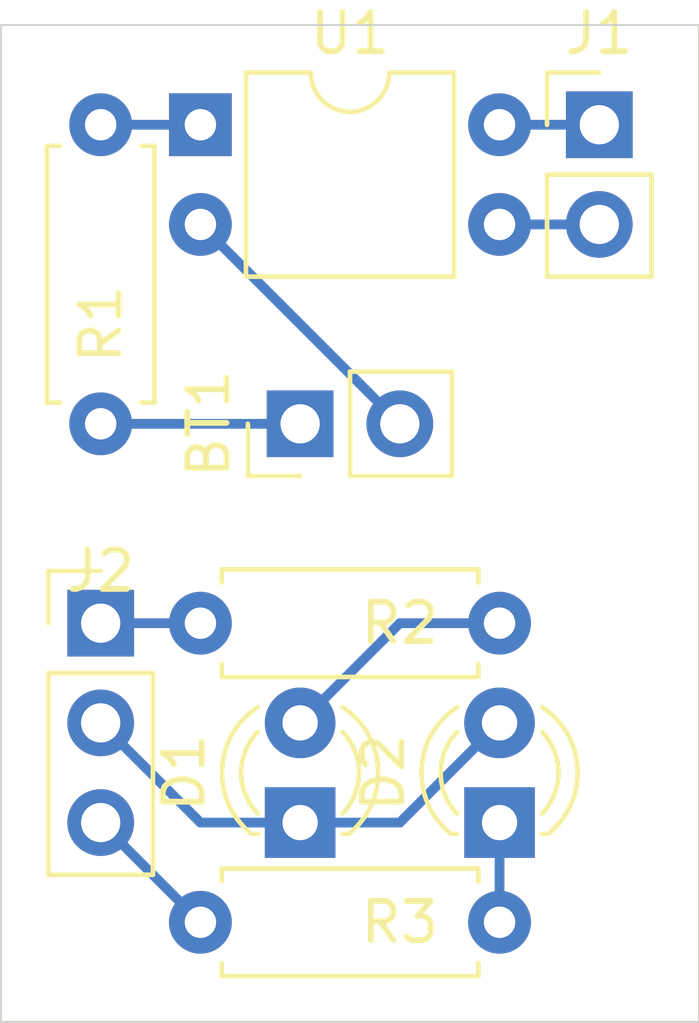
<source format=kicad_pcb>
(kicad_pcb (version 20171130) (host pcbnew "(5.1.4)-1")

  (general
    (thickness 1.6)
    (drawings 4)
    (tracks 14)
    (zones 0)
    (modules 9)
    (nets 11)
  )

  (page A4)
  (layers
    (0 F.Cu signal)
    (31 B.Cu signal)
    (32 B.Adhes user)
    (33 F.Adhes user)
    (34 B.Paste user)
    (35 F.Paste user)
    (36 B.SilkS user)
    (37 F.SilkS user)
    (38 B.Mask user)
    (39 F.Mask user)
    (40 Dwgs.User user)
    (41 Cmts.User user)
    (42 Eco1.User user)
    (43 Eco2.User user)
    (44 Edge.Cuts user)
    (45 Margin user)
    (46 B.CrtYd user)
    (47 F.CrtYd user)
    (48 B.Fab user)
    (49 F.Fab user)
  )

  (setup
    (last_trace_width 0.25)
    (trace_clearance 0.2)
    (zone_clearance 0.508)
    (zone_45_only no)
    (trace_min 0.2)
    (via_size 0.8)
    (via_drill 0.4)
    (via_min_size 0.4)
    (via_min_drill 0.3)
    (uvia_size 0.3)
    (uvia_drill 0.1)
    (uvias_allowed no)
    (uvia_min_size 0.2)
    (uvia_min_drill 0.1)
    (edge_width 0.05)
    (segment_width 0.2)
    (pcb_text_width 0.3)
    (pcb_text_size 1.5 1.5)
    (mod_edge_width 0.12)
    (mod_text_size 1 1)
    (mod_text_width 0.15)
    (pad_size 1.524 1.524)
    (pad_drill 0.762)
    (pad_to_mask_clearance 0.051)
    (solder_mask_min_width 0.25)
    (aux_axis_origin 0 0)
    (visible_elements 7FFFFFFF)
    (pcbplotparams
      (layerselection 0x010fc_ffffffff)
      (usegerberextensions false)
      (usegerberattributes false)
      (usegerberadvancedattributes false)
      (creategerberjobfile false)
      (excludeedgelayer true)
      (linewidth 0.100000)
      (plotframeref false)
      (viasonmask false)
      (mode 1)
      (useauxorigin false)
      (hpglpennumber 1)
      (hpglpenspeed 20)
      (hpglpendiameter 15.000000)
      (psnegative false)
      (psa4output false)
      (plotreference true)
      (plotvalue true)
      (plotinvisibletext false)
      (padsonsilk false)
      (subtractmaskfromsilk false)
      (outputformat 1)
      (mirror false)
      (drillshape 1)
      (scaleselection 1)
      (outputdirectory ""))
  )

  (net 0 "")
  (net 1 "Net-(D1-Pad2)")
  (net 2 "Net-(J2-Pad3)")
  (net 3 "Net-(J2-Pad1)")
  (net 4 "Net-(R1-Pad2)")
  (net 5 "Net-(D1-Pad1)")
  (net 6 "Net-(D2-Pad1)")
  (net 7 "Net-(BT1-Pad2)")
  (net 8 "Net-(BT1-Pad1)")
  (net 9 "Net-(J1-Pad2)")
  (net 10 "Net-(J1-Pad1)")

  (net_class Default "This is the default net class."
    (clearance 0.2)
    (trace_width 0.25)
    (via_dia 0.8)
    (via_drill 0.4)
    (uvia_dia 0.3)
    (uvia_drill 0.1)
    (add_net "Net-(BT1-Pad1)")
    (add_net "Net-(BT1-Pad2)")
    (add_net "Net-(D1-Pad1)")
    (add_net "Net-(D1-Pad2)")
    (add_net "Net-(D2-Pad1)")
    (add_net "Net-(J1-Pad1)")
    (add_net "Net-(J1-Pad2)")
    (add_net "Net-(J2-Pad1)")
    (add_net "Net-(J2-Pad3)")
    (add_net "Net-(R1-Pad2)")
  )

  (module Package_DIP:DIP-4_W7.62mm (layer F.Cu) (tedit 5A02E8C5) (tstamp 5F4F32D6)
    (at 83.82 55.88)
    (descr "4-lead though-hole mounted DIP package, row spacing 7.62 mm (300 mils)")
    (tags "THT DIP DIL PDIP 2.54mm 7.62mm 300mil")
    (path /5F4F34D4)
    (fp_text reference U1 (at 3.81 -2.33) (layer F.SilkS)
      (effects (font (size 1 1) (thickness 0.15)))
    )
    (fp_text value PC817 (at 3.81 4.87) (layer F.Fab)
      (effects (font (size 1 1) (thickness 0.15)))
    )
    (fp_text user %R (at 3.81 1.27) (layer F.Fab)
      (effects (font (size 1 1) (thickness 0.15)))
    )
    (fp_line (start 8.7 -1.55) (end -1.1 -1.55) (layer F.CrtYd) (width 0.05))
    (fp_line (start 8.7 4.1) (end 8.7 -1.55) (layer F.CrtYd) (width 0.05))
    (fp_line (start -1.1 4.1) (end 8.7 4.1) (layer F.CrtYd) (width 0.05))
    (fp_line (start -1.1 -1.55) (end -1.1 4.1) (layer F.CrtYd) (width 0.05))
    (fp_line (start 6.46 -1.33) (end 4.81 -1.33) (layer F.SilkS) (width 0.12))
    (fp_line (start 6.46 3.87) (end 6.46 -1.33) (layer F.SilkS) (width 0.12))
    (fp_line (start 1.16 3.87) (end 6.46 3.87) (layer F.SilkS) (width 0.12))
    (fp_line (start 1.16 -1.33) (end 1.16 3.87) (layer F.SilkS) (width 0.12))
    (fp_line (start 2.81 -1.33) (end 1.16 -1.33) (layer F.SilkS) (width 0.12))
    (fp_line (start 0.635 -0.27) (end 1.635 -1.27) (layer F.Fab) (width 0.1))
    (fp_line (start 0.635 3.81) (end 0.635 -0.27) (layer F.Fab) (width 0.1))
    (fp_line (start 6.985 3.81) (end 0.635 3.81) (layer F.Fab) (width 0.1))
    (fp_line (start 6.985 -1.27) (end 6.985 3.81) (layer F.Fab) (width 0.1))
    (fp_line (start 1.635 -1.27) (end 6.985 -1.27) (layer F.Fab) (width 0.1))
    (fp_arc (start 3.81 -1.33) (end 2.81 -1.33) (angle -180) (layer F.SilkS) (width 0.12))
    (pad 4 thru_hole oval (at 7.62 0) (size 1.6 1.6) (drill 0.8) (layers *.Cu *.Mask)
      (net 10 "Net-(J1-Pad1)"))
    (pad 2 thru_hole oval (at 0 2.54) (size 1.6 1.6) (drill 0.8) (layers *.Cu *.Mask)
      (net 7 "Net-(BT1-Pad2)"))
    (pad 3 thru_hole oval (at 7.62 2.54) (size 1.6 1.6) (drill 0.8) (layers *.Cu *.Mask)
      (net 9 "Net-(J1-Pad2)"))
    (pad 1 thru_hole rect (at 0 0) (size 1.6 1.6) (drill 0.8) (layers *.Cu *.Mask)
      (net 4 "Net-(R1-Pad2)"))
    (model ${KISYS3DMOD}/Package_DIP.3dshapes/DIP-4_W7.62mm.wrl
      (at (xyz 0 0 0))
      (scale (xyz 1 1 1))
      (rotate (xyz 0 0 0))
    )
  )

  (module Connector_PinHeader_2.54mm:PinHeader_1x02_P2.54mm_Vertical (layer F.Cu) (tedit 59FED5CC) (tstamp 5DE5F812)
    (at 93.98 55.88)
    (descr "Through hole straight pin header, 1x02, 2.54mm pitch, single row")
    (tags "Through hole pin header THT 1x02 2.54mm single row")
    (path /5DE6ADBE)
    (fp_text reference J1 (at 0 -2.33) (layer F.SilkS)
      (effects (font (size 1 1) (thickness 0.15)))
    )
    (fp_text value Signal (at 0 4.87) (layer F.Fab)
      (effects (font (size 1 1) (thickness 0.15)))
    )
    (fp_text user %R (at 0 1.27 90) (layer F.Fab)
      (effects (font (size 1 1) (thickness 0.15)))
    )
    (fp_line (start 1.8 -1.8) (end -1.8 -1.8) (layer F.CrtYd) (width 0.05))
    (fp_line (start 1.8 4.35) (end 1.8 -1.8) (layer F.CrtYd) (width 0.05))
    (fp_line (start -1.8 4.35) (end 1.8 4.35) (layer F.CrtYd) (width 0.05))
    (fp_line (start -1.8 -1.8) (end -1.8 4.35) (layer F.CrtYd) (width 0.05))
    (fp_line (start -1.33 -1.33) (end 0 -1.33) (layer F.SilkS) (width 0.12))
    (fp_line (start -1.33 0) (end -1.33 -1.33) (layer F.SilkS) (width 0.12))
    (fp_line (start -1.33 1.27) (end 1.33 1.27) (layer F.SilkS) (width 0.12))
    (fp_line (start 1.33 1.27) (end 1.33 3.87) (layer F.SilkS) (width 0.12))
    (fp_line (start -1.33 1.27) (end -1.33 3.87) (layer F.SilkS) (width 0.12))
    (fp_line (start -1.33 3.87) (end 1.33 3.87) (layer F.SilkS) (width 0.12))
    (fp_line (start -1.27 -0.635) (end -0.635 -1.27) (layer F.Fab) (width 0.1))
    (fp_line (start -1.27 3.81) (end -1.27 -0.635) (layer F.Fab) (width 0.1))
    (fp_line (start 1.27 3.81) (end -1.27 3.81) (layer F.Fab) (width 0.1))
    (fp_line (start 1.27 -1.27) (end 1.27 3.81) (layer F.Fab) (width 0.1))
    (fp_line (start -0.635 -1.27) (end 1.27 -1.27) (layer F.Fab) (width 0.1))
    (pad 2 thru_hole oval (at 0 2.54) (size 1.7 1.7) (drill 1) (layers *.Cu *.Mask)
      (net 9 "Net-(J1-Pad2)"))
    (pad 1 thru_hole rect (at 0 0) (size 1.7 1.7) (drill 1) (layers *.Cu *.Mask)
      (net 10 "Net-(J1-Pad1)"))
    (model ${KISYS3DMOD}/Connector_PinHeader_2.54mm.3dshapes/PinHeader_1x02_P2.54mm_Vertical.wrl
      (at (xyz 0 0 0))
      (scale (xyz 1 1 1))
      (rotate (xyz 0 0 0))
    )
  )

  (module Connector_PinHeader_2.54mm:PinHeader_1x02_P2.54mm_Vertical (layer F.Cu) (tedit 59FED5CC) (tstamp 5F4F3209)
    (at 86.36 63.5 90)
    (descr "Through hole straight pin header, 1x02, 2.54mm pitch, single row")
    (tags "Through hole pin header THT 1x02 2.54mm single row")
    (path /5F4F78F5)
    (fp_text reference BT1 (at 0 -2.33 90) (layer F.SilkS)
      (effects (font (size 1 1) (thickness 0.15)))
    )
    (fp_text value "12V Battery" (at 0 4.87 90) (layer F.Fab)
      (effects (font (size 1 1) (thickness 0.15)))
    )
    (fp_text user %R (at 0 1.27) (layer F.Fab)
      (effects (font (size 1 1) (thickness 0.15)))
    )
    (fp_line (start 1.8 -1.8) (end -1.8 -1.8) (layer F.CrtYd) (width 0.05))
    (fp_line (start 1.8 4.35) (end 1.8 -1.8) (layer F.CrtYd) (width 0.05))
    (fp_line (start -1.8 4.35) (end 1.8 4.35) (layer F.CrtYd) (width 0.05))
    (fp_line (start -1.8 -1.8) (end -1.8 4.35) (layer F.CrtYd) (width 0.05))
    (fp_line (start -1.33 -1.33) (end 0 -1.33) (layer F.SilkS) (width 0.12))
    (fp_line (start -1.33 0) (end -1.33 -1.33) (layer F.SilkS) (width 0.12))
    (fp_line (start -1.33 1.27) (end 1.33 1.27) (layer F.SilkS) (width 0.12))
    (fp_line (start 1.33 1.27) (end 1.33 3.87) (layer F.SilkS) (width 0.12))
    (fp_line (start -1.33 1.27) (end -1.33 3.87) (layer F.SilkS) (width 0.12))
    (fp_line (start -1.33 3.87) (end 1.33 3.87) (layer F.SilkS) (width 0.12))
    (fp_line (start -1.27 -0.635) (end -0.635 -1.27) (layer F.Fab) (width 0.1))
    (fp_line (start -1.27 3.81) (end -1.27 -0.635) (layer F.Fab) (width 0.1))
    (fp_line (start 1.27 3.81) (end -1.27 3.81) (layer F.Fab) (width 0.1))
    (fp_line (start 1.27 -1.27) (end 1.27 3.81) (layer F.Fab) (width 0.1))
    (fp_line (start -0.635 -1.27) (end 1.27 -1.27) (layer F.Fab) (width 0.1))
    (pad 2 thru_hole oval (at 0 2.54 90) (size 1.7 1.7) (drill 1) (layers *.Cu *.Mask)
      (net 7 "Net-(BT1-Pad2)"))
    (pad 1 thru_hole rect (at 0 0 90) (size 1.7 1.7) (drill 1) (layers *.Cu *.Mask)
      (net 8 "Net-(BT1-Pad1)"))
    (model ${KISYS3DMOD}/Connector_PinHeader_2.54mm.3dshapes/PinHeader_1x02_P2.54mm_Vertical.wrl
      (at (xyz 0 0 0))
      (scale (xyz 1 1 1))
      (rotate (xyz 0 0 0))
    )
  )

  (module LED_THT:LED_D3.0mm_FlatTop (layer F.Cu) (tedit 5880A862) (tstamp 5DEC4EDF)
    (at 91.44 73.66 90)
    (descr "LED, Round, FlatTop, diameter 3.0mm, 2 pins, http://www.kingbright.com/attachments/file/psearch/000/00/00/L-47XEC(Ver.9A).pdf")
    (tags "LED Round FlatTop diameter 3.0mm 2 pins")
    (path /5DE6DFF0)
    (fp_text reference D2 (at 1.27 -2.96 90) (layer F.SilkS)
      (effects (font (size 1 1) (thickness 0.15)))
    )
    (fp_text value LED (at 1.27 2.96 90) (layer F.Fab)
      (effects (font (size 1 1) (thickness 0.15)))
    )
    (fp_line (start 3.7 -2.25) (end -1.15 -2.25) (layer F.CrtYd) (width 0.05))
    (fp_line (start 3.7 2.25) (end 3.7 -2.25) (layer F.CrtYd) (width 0.05))
    (fp_line (start -1.15 2.25) (end 3.7 2.25) (layer F.CrtYd) (width 0.05))
    (fp_line (start -1.15 -2.25) (end -1.15 2.25) (layer F.CrtYd) (width 0.05))
    (fp_line (start -0.29 1.08) (end -0.29 1.236) (layer F.SilkS) (width 0.12))
    (fp_line (start -0.29 -1.236) (end -0.29 -1.08) (layer F.SilkS) (width 0.12))
    (fp_line (start -0.23 -1.16619) (end -0.23 1.16619) (layer F.Fab) (width 0.1))
    (fp_circle (center 1.27 0) (end 2.77 0) (layer F.Fab) (width 0.1))
    (fp_arc (start 1.27 0) (end 0.229039 1.08) (angle -87.9) (layer F.SilkS) (width 0.12))
    (fp_arc (start 1.27 0) (end 0.229039 -1.08) (angle 87.9) (layer F.SilkS) (width 0.12))
    (fp_arc (start 1.27 0) (end -0.29 1.235516) (angle -108.8) (layer F.SilkS) (width 0.12))
    (fp_arc (start 1.27 0) (end -0.29 -1.235516) (angle 108.8) (layer F.SilkS) (width 0.12))
    (fp_arc (start 1.27 0) (end -0.23 -1.16619) (angle 284.3) (layer F.Fab) (width 0.1))
    (pad 2 thru_hole circle (at 2.54 0 90) (size 1.8 1.8) (drill 0.9) (layers *.Cu *.Mask)
      (net 5 "Net-(D1-Pad1)"))
    (pad 1 thru_hole rect (at 0 0 90) (size 1.8 1.8) (drill 0.9) (layers *.Cu *.Mask)
      (net 6 "Net-(D2-Pad1)"))
    (model ${KISYS3DMOD}/LED_THT.3dshapes/LED_D3.0mm_FlatTop.wrl
      (at (xyz 0 0 0))
      (scale (xyz 1 1 1))
      (rotate (xyz 0 0 0))
    )
  )

  (module LED_THT:LED_D3.0mm_FlatTop (layer F.Cu) (tedit 5880A862) (tstamp 5DEC4ECC)
    (at 86.36 73.66 90)
    (descr "LED, Round, FlatTop, diameter 3.0mm, 2 pins, http://www.kingbright.com/attachments/file/psearch/000/00/00/L-47XEC(Ver.9A).pdf")
    (tags "LED Round FlatTop diameter 3.0mm 2 pins")
    (path /5DE6D4E1)
    (fp_text reference D1 (at 1.27 -2.96 90) (layer F.SilkS)
      (effects (font (size 1 1) (thickness 0.15)))
    )
    (fp_text value LED (at 1.27 2.96 90) (layer F.Fab)
      (effects (font (size 1 1) (thickness 0.15)))
    )
    (fp_line (start 3.7 -2.25) (end -1.15 -2.25) (layer F.CrtYd) (width 0.05))
    (fp_line (start 3.7 2.25) (end 3.7 -2.25) (layer F.CrtYd) (width 0.05))
    (fp_line (start -1.15 2.25) (end 3.7 2.25) (layer F.CrtYd) (width 0.05))
    (fp_line (start -1.15 -2.25) (end -1.15 2.25) (layer F.CrtYd) (width 0.05))
    (fp_line (start -0.29 1.08) (end -0.29 1.236) (layer F.SilkS) (width 0.12))
    (fp_line (start -0.29 -1.236) (end -0.29 -1.08) (layer F.SilkS) (width 0.12))
    (fp_line (start -0.23 -1.16619) (end -0.23 1.16619) (layer F.Fab) (width 0.1))
    (fp_circle (center 1.27 0) (end 2.77 0) (layer F.Fab) (width 0.1))
    (fp_arc (start 1.27 0) (end 0.229039 1.08) (angle -87.9) (layer F.SilkS) (width 0.12))
    (fp_arc (start 1.27 0) (end 0.229039 -1.08) (angle 87.9) (layer F.SilkS) (width 0.12))
    (fp_arc (start 1.27 0) (end -0.29 1.235516) (angle -108.8) (layer F.SilkS) (width 0.12))
    (fp_arc (start 1.27 0) (end -0.29 -1.235516) (angle 108.8) (layer F.SilkS) (width 0.12))
    (fp_arc (start 1.27 0) (end -0.23 -1.16619) (angle 284.3) (layer F.Fab) (width 0.1))
    (pad 2 thru_hole circle (at 2.54 0 90) (size 1.8 1.8) (drill 0.9) (layers *.Cu *.Mask)
      (net 1 "Net-(D1-Pad2)"))
    (pad 1 thru_hole rect (at 0 0 90) (size 1.8 1.8) (drill 0.9) (layers *.Cu *.Mask)
      (net 5 "Net-(D1-Pad1)"))
    (model ${KISYS3DMOD}/LED_THT.3dshapes/LED_D3.0mm_FlatTop.wrl
      (at (xyz 0 0 0))
      (scale (xyz 1 1 1))
      (rotate (xyz 0 0 0))
    )
  )

  (module Resistor_THT:R_Axial_DIN0207_L6.3mm_D2.5mm_P7.62mm_Horizontal (layer F.Cu) (tedit 5AE5139B) (tstamp 5DE5F8E1)
    (at 83.82 76.2)
    (descr "Resistor, Axial_DIN0207 series, Axial, Horizontal, pin pitch=7.62mm, 0.25W = 1/4W, length*diameter=6.3*2.5mm^2, http://cdn-reichelt.de/documents/datenblatt/B400/1_4W%23YAG.pdf")
    (tags "Resistor Axial_DIN0207 series Axial Horizontal pin pitch 7.62mm 0.25W = 1/4W length 6.3mm diameter 2.5mm")
    (path /5DE77225)
    (fp_text reference R3 (at 5.08 0) (layer F.SilkS)
      (effects (font (size 1 1) (thickness 0.15)))
    )
    (fp_text value 2K2 (at 2.54 0) (layer F.Fab)
      (effects (font (size 1 1) (thickness 0.15)))
    )
    (fp_text user %R (at 5.08 0) (layer F.Fab)
      (effects (font (size 1 1) (thickness 0.15)))
    )
    (fp_line (start 8.67 -1.5) (end -1.05 -1.5) (layer F.CrtYd) (width 0.05))
    (fp_line (start 8.67 1.5) (end 8.67 -1.5) (layer F.CrtYd) (width 0.05))
    (fp_line (start -1.05 1.5) (end 8.67 1.5) (layer F.CrtYd) (width 0.05))
    (fp_line (start -1.05 -1.5) (end -1.05 1.5) (layer F.CrtYd) (width 0.05))
    (fp_line (start 7.08 1.37) (end 7.08 1.04) (layer F.SilkS) (width 0.12))
    (fp_line (start 0.54 1.37) (end 7.08 1.37) (layer F.SilkS) (width 0.12))
    (fp_line (start 0.54 1.04) (end 0.54 1.37) (layer F.SilkS) (width 0.12))
    (fp_line (start 7.08 -1.37) (end 7.08 -1.04) (layer F.SilkS) (width 0.12))
    (fp_line (start 0.54 -1.37) (end 7.08 -1.37) (layer F.SilkS) (width 0.12))
    (fp_line (start 0.54 -1.04) (end 0.54 -1.37) (layer F.SilkS) (width 0.12))
    (fp_line (start 7.62 0) (end 6.96 0) (layer F.Fab) (width 0.1))
    (fp_line (start 0 0) (end 0.66 0) (layer F.Fab) (width 0.1))
    (fp_line (start 6.96 -1.25) (end 0.66 -1.25) (layer F.Fab) (width 0.1))
    (fp_line (start 6.96 1.25) (end 6.96 -1.25) (layer F.Fab) (width 0.1))
    (fp_line (start 0.66 1.25) (end 6.96 1.25) (layer F.Fab) (width 0.1))
    (fp_line (start 0.66 -1.25) (end 0.66 1.25) (layer F.Fab) (width 0.1))
    (pad 2 thru_hole oval (at 7.62 0) (size 1.6 1.6) (drill 0.8) (layers *.Cu *.Mask)
      (net 6 "Net-(D2-Pad1)"))
    (pad 1 thru_hole circle (at 0 0) (size 1.6 1.6) (drill 0.8) (layers *.Cu *.Mask)
      (net 2 "Net-(J2-Pad3)"))
    (model ${KISYS3DMOD}/Resistor_THT.3dshapes/R_Axial_DIN0207_L6.3mm_D2.5mm_P7.62mm_Horizontal.wrl
      (at (xyz 0 0 0))
      (scale (xyz 1 1 1))
      (rotate (xyz 0 0 0))
    )
  )

  (module Resistor_THT:R_Axial_DIN0207_L6.3mm_D2.5mm_P7.62mm_Horizontal (layer F.Cu) (tedit 5AE5139B) (tstamp 5DE5F8CA)
    (at 83.82 68.58)
    (descr "Resistor, Axial_DIN0207 series, Axial, Horizontal, pin pitch=7.62mm, 0.25W = 1/4W, length*diameter=6.3*2.5mm^2, http://cdn-reichelt.de/documents/datenblatt/B400/1_4W%23YAG.pdf")
    (tags "Resistor Axial_DIN0207 series Axial Horizontal pin pitch 7.62mm 0.25W = 1/4W length 6.3mm diameter 2.5mm")
    (path /5DE757C7)
    (fp_text reference R2 (at 5.08 0) (layer F.SilkS)
      (effects (font (size 1 1) (thickness 0.15)))
    )
    (fp_text value 2K2 (at 2.54 0) (layer F.Fab)
      (effects (font (size 1 1) (thickness 0.15)))
    )
    (fp_text user %R (at 5.08 0) (layer F.Fab)
      (effects (font (size 1 1) (thickness 0.15)))
    )
    (fp_line (start 8.67 -1.5) (end -1.05 -1.5) (layer F.CrtYd) (width 0.05))
    (fp_line (start 8.67 1.5) (end 8.67 -1.5) (layer F.CrtYd) (width 0.05))
    (fp_line (start -1.05 1.5) (end 8.67 1.5) (layer F.CrtYd) (width 0.05))
    (fp_line (start -1.05 -1.5) (end -1.05 1.5) (layer F.CrtYd) (width 0.05))
    (fp_line (start 7.08 1.37) (end 7.08 1.04) (layer F.SilkS) (width 0.12))
    (fp_line (start 0.54 1.37) (end 7.08 1.37) (layer F.SilkS) (width 0.12))
    (fp_line (start 0.54 1.04) (end 0.54 1.37) (layer F.SilkS) (width 0.12))
    (fp_line (start 7.08 -1.37) (end 7.08 -1.04) (layer F.SilkS) (width 0.12))
    (fp_line (start 0.54 -1.37) (end 7.08 -1.37) (layer F.SilkS) (width 0.12))
    (fp_line (start 0.54 -1.04) (end 0.54 -1.37) (layer F.SilkS) (width 0.12))
    (fp_line (start 7.62 0) (end 6.96 0) (layer F.Fab) (width 0.1))
    (fp_line (start 0 0) (end 0.66 0) (layer F.Fab) (width 0.1))
    (fp_line (start 6.96 -1.25) (end 0.66 -1.25) (layer F.Fab) (width 0.1))
    (fp_line (start 6.96 1.25) (end 6.96 -1.25) (layer F.Fab) (width 0.1))
    (fp_line (start 0.66 1.25) (end 6.96 1.25) (layer F.Fab) (width 0.1))
    (fp_line (start 0.66 -1.25) (end 0.66 1.25) (layer F.Fab) (width 0.1))
    (pad 2 thru_hole oval (at 7.62 0) (size 1.6 1.6) (drill 0.8) (layers *.Cu *.Mask)
      (net 1 "Net-(D1-Pad2)"))
    (pad 1 thru_hole circle (at 0 0) (size 1.6 1.6) (drill 0.8) (layers *.Cu *.Mask)
      (net 3 "Net-(J2-Pad1)"))
    (model ${KISYS3DMOD}/Resistor_THT.3dshapes/R_Axial_DIN0207_L6.3mm_D2.5mm_P7.62mm_Horizontal.wrl
      (at (xyz 0 0 0))
      (scale (xyz 1 1 1))
      (rotate (xyz 0 0 0))
    )
  )

  (module Resistor_THT:R_Axial_DIN0207_L6.3mm_D2.5mm_P7.62mm_Horizontal (layer F.Cu) (tedit 5AE5139B) (tstamp 5DE5F857)
    (at 81.28 63.5 90)
    (descr "Resistor, Axial_DIN0207 series, Axial, Horizontal, pin pitch=7.62mm, 0.25W = 1/4W, length*diameter=6.3*2.5mm^2, http://cdn-reichelt.de/documents/datenblatt/B400/1_4W%23YAG.pdf")
    (tags "Resistor Axial_DIN0207 series Axial Horizontal pin pitch 7.62mm 0.25W = 1/4W length 6.3mm diameter 2.5mm")
    (path /5DE5EB5C)
    (fp_text reference R1 (at 2.54 0 90) (layer F.SilkS)
      (effects (font (size 1 1) (thickness 0.15)))
    )
    (fp_text value 1K (at 5.08 0 90) (layer F.Fab)
      (effects (font (size 1 1) (thickness 0.15)))
    )
    (fp_text user %R (at 2.54 0 90) (layer F.Fab)
      (effects (font (size 1 1) (thickness 0.15)))
    )
    (fp_line (start 8.67 -1.5) (end -1.05 -1.5) (layer F.CrtYd) (width 0.05))
    (fp_line (start 8.67 1.5) (end 8.67 -1.5) (layer F.CrtYd) (width 0.05))
    (fp_line (start -1.05 1.5) (end 8.67 1.5) (layer F.CrtYd) (width 0.05))
    (fp_line (start -1.05 -1.5) (end -1.05 1.5) (layer F.CrtYd) (width 0.05))
    (fp_line (start 7.08 1.37) (end 7.08 1.04) (layer F.SilkS) (width 0.12))
    (fp_line (start 0.54 1.37) (end 7.08 1.37) (layer F.SilkS) (width 0.12))
    (fp_line (start 0.54 1.04) (end 0.54 1.37) (layer F.SilkS) (width 0.12))
    (fp_line (start 7.08 -1.37) (end 7.08 -1.04) (layer F.SilkS) (width 0.12))
    (fp_line (start 0.54 -1.37) (end 7.08 -1.37) (layer F.SilkS) (width 0.12))
    (fp_line (start 0.54 -1.04) (end 0.54 -1.37) (layer F.SilkS) (width 0.12))
    (fp_line (start 7.62 0) (end 6.96 0) (layer F.Fab) (width 0.1))
    (fp_line (start 0 0) (end 0.66 0) (layer F.Fab) (width 0.1))
    (fp_line (start 6.96 -1.25) (end 0.66 -1.25) (layer F.Fab) (width 0.1))
    (fp_line (start 6.96 1.25) (end 6.96 -1.25) (layer F.Fab) (width 0.1))
    (fp_line (start 0.66 1.25) (end 6.96 1.25) (layer F.Fab) (width 0.1))
    (fp_line (start 0.66 -1.25) (end 0.66 1.25) (layer F.Fab) (width 0.1))
    (pad 2 thru_hole oval (at 7.62 0 90) (size 1.6 1.6) (drill 0.8) (layers *.Cu *.Mask)
      (net 4 "Net-(R1-Pad2)"))
    (pad 1 thru_hole circle (at 0 0 90) (size 1.6 1.6) (drill 0.8) (layers *.Cu *.Mask)
      (net 8 "Net-(BT1-Pad1)"))
    (model ${KISYS3DMOD}/Resistor_THT.3dshapes/R_Axial_DIN0207_L6.3mm_D2.5mm_P7.62mm_Horizontal.wrl
      (at (xyz 0 0 0))
      (scale (xyz 1 1 1))
      (rotate (xyz 0 0 0))
    )
  )

  (module Connector_PinHeader_2.54mm:PinHeader_1x03_P2.54mm_Vertical (layer F.Cu) (tedit 59FED5CC) (tstamp 5DE5F829)
    (at 81.28 68.58)
    (descr "Through hole straight pin header, 1x03, 2.54mm pitch, single row")
    (tags "Through hole pin header THT 1x03 2.54mm single row")
    (path /5DE7043A)
    (fp_text reference J2 (at 0 -1.33 180) (layer F.SilkS)
      (effects (font (size 1 1) (thickness 0.15)))
    )
    (fp_text value "12V NO G" (at 0 2.54 90) (layer F.Fab)
      (effects (font (size 1 1) (thickness 0.15)))
    )
    (fp_text user %R (at 0 2.54 90) (layer F.Fab)
      (effects (font (size 1 1) (thickness 0.15)))
    )
    (fp_line (start 1.8 -1.8) (end -1.8 -1.8) (layer F.CrtYd) (width 0.05))
    (fp_line (start 1.8 6.85) (end 1.8 -1.8) (layer F.CrtYd) (width 0.05))
    (fp_line (start -1.8 6.85) (end 1.8 6.85) (layer F.CrtYd) (width 0.05))
    (fp_line (start -1.8 -1.8) (end -1.8 6.85) (layer F.CrtYd) (width 0.05))
    (fp_line (start -1.33 -1.33) (end 0 -1.33) (layer F.SilkS) (width 0.12))
    (fp_line (start -1.33 0) (end -1.33 -1.33) (layer F.SilkS) (width 0.12))
    (fp_line (start -1.33 1.27) (end 1.33 1.27) (layer F.SilkS) (width 0.12))
    (fp_line (start 1.33 1.27) (end 1.33 6.41) (layer F.SilkS) (width 0.12))
    (fp_line (start -1.33 1.27) (end -1.33 6.41) (layer F.SilkS) (width 0.12))
    (fp_line (start -1.33 6.41) (end 1.33 6.41) (layer F.SilkS) (width 0.12))
    (fp_line (start -1.27 -0.635) (end -0.635 -1.27) (layer F.Fab) (width 0.1))
    (fp_line (start -1.27 6.35) (end -1.27 -0.635) (layer F.Fab) (width 0.1))
    (fp_line (start 1.27 6.35) (end -1.27 6.35) (layer F.Fab) (width 0.1))
    (fp_line (start 1.27 -1.27) (end 1.27 6.35) (layer F.Fab) (width 0.1))
    (fp_line (start -0.635 -1.27) (end 1.27 -1.27) (layer F.Fab) (width 0.1))
    (pad 3 thru_hole oval (at 0 5.08) (size 1.7 1.7) (drill 1) (layers *.Cu *.Mask)
      (net 2 "Net-(J2-Pad3)"))
    (pad 2 thru_hole oval (at 0 2.54) (size 1.7 1.7) (drill 1) (layers *.Cu *.Mask)
      (net 5 "Net-(D1-Pad1)"))
    (pad 1 thru_hole rect (at 0 0) (size 1.7 1.7) (drill 1) (layers *.Cu *.Mask)
      (net 3 "Net-(J2-Pad1)"))
    (model ${KISYS3DMOD}/Connector_PinHeader_2.54mm.3dshapes/PinHeader_1x03_P2.54mm_Vertical.wrl
      (at (xyz 0 0 0))
      (scale (xyz 1 1 1))
      (rotate (xyz 0 0 0))
    )
  )

  (gr_line (start 78.74 78.74) (end 78.74 53.34) (layer Edge.Cuts) (width 0.05) (tstamp 5DE61E2C))
  (gr_line (start 96.52 78.74) (end 78.74 78.74) (layer Edge.Cuts) (width 0.05))
  (gr_line (start 96.52 53.34) (end 96.52 78.74) (layer Edge.Cuts) (width 0.05))
  (gr_line (start 78.74 53.34) (end 96.52 53.34) (layer Edge.Cuts) (width 0.05))

  (segment (start 86.36 71.12) (end 88.9 68.58) (width 0.25) (layer B.Cu) (net 1) (status 10))
  (segment (start 88.9 68.58) (end 91.44 68.58) (width 0.25) (layer B.Cu) (net 1) (status 20))
  (segment (start 81.28 73.66) (end 83.82 76.2) (width 0.25) (layer B.Cu) (net 2) (status 30))
  (segment (start 81.28 68.58) (end 83.82 68.58) (width 0.25) (layer B.Cu) (net 3) (status 30))
  (segment (start 83.82 55.88) (end 81.28 55.88) (width 0.25) (layer B.Cu) (net 4) (status 30))
  (segment (start 81.28 71.12) (end 83.82 73.66) (width 0.25) (layer B.Cu) (net 5) (status 10))
  (segment (start 83.82 73.66) (end 86.36 73.66) (width 0.25) (layer B.Cu) (net 5) (status 20))
  (segment (start 86.36 73.66) (end 88.9 73.66) (width 0.25) (layer B.Cu) (net 5) (status 10))
  (segment (start 88.9 73.66) (end 91.44 71.12) (width 0.25) (layer B.Cu) (net 5) (status 20))
  (segment (start 91.44 73.66) (end 91.44 76.2) (width 0.25) (layer B.Cu) (net 6) (status 30))
  (segment (start 83.82 58.42) (end 88.9 63.5) (width 0.25) (layer B.Cu) (net 7))
  (segment (start 86.36 63.5) (end 81.28 63.5) (width 0.25) (layer B.Cu) (net 8))
  (segment (start 91.44 58.42) (end 93.98 58.42) (width 0.25) (layer B.Cu) (net 9))
  (segment (start 91.44 55.88) (end 93.98 55.88) (width 0.25) (layer B.Cu) (net 10))

)

</source>
